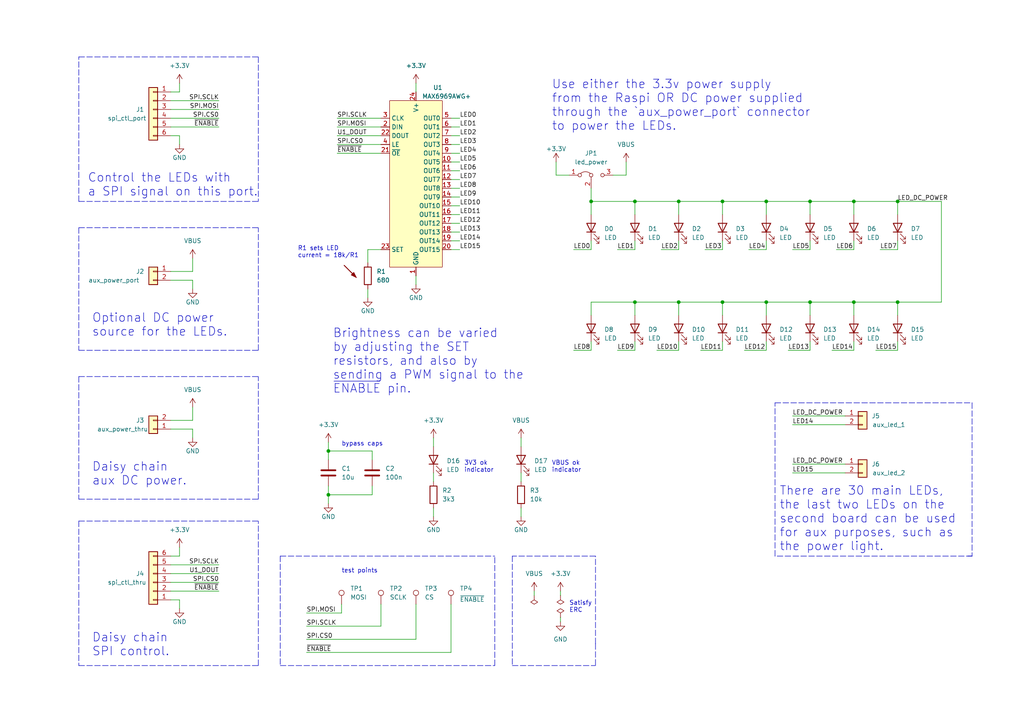
<source format=kicad_sch>
(kicad_sch (version 20211123) (generator eeschema)
  (paper "A4")
  (title_block (title "LED Driver Board") (date "2022-08-13") (rev "0.1") (comment 2 "SPI LED Drivers") (comment 3 "Obedience project") (comment 4 "Drawn by: Jordan Aceto"))
  (lib_symbols
    (symbol "Connector:TestPoint" (pin_numbers hide) (pin_names (offset 0.762) hide)
      (property "Reference" "TP" (at 0 6.858 0))
      (property "Value" "TestPoint" (at 0 5.08 0))
      (symbol "TestPoint_0_1"
        (circle (center 0 3.302) (radius 0.762))
      )
      (symbol "TestPoint_1_1"
        (pin passive line (at 0 0 90) (length 2.54) (name "1") (number "1"))
      )
    )
    (symbol "Connector_Generic:Conn_01x02" (pin_names (offset 1.016) hide)
      (property "Reference" "J" (at 0 2.54 0))
      (property "Value" "Conn_01x02" (at 0 -5.08 0))
      (symbol "Conn_01x02_1_1"
        (rectangle (start -1.27 -2.413) (end 0 -2.667) (stroke (width 0.1524)))
        (rectangle (start -1.27 0.127) (end 0 -0.127) (stroke (width 0.1524)))
        (rectangle (start -1.27 1.27) (end 1.27 -3.81) (stroke (width 0.254)) (fill (type background)))
        (pin passive line (at -5.08 0 0) (length 3.81) (name "Pin_1") (number "1"))
        (pin passive line (at -5.08 -2.54 0) (length 3.81) (name "Pin_2") (number "2"))
      )
    )
    (symbol "Connector_Generic:Conn_01x06" (pin_names (offset 1.016) hide)
      (property "Reference" "J" (at 0 7.62 0))
      (property "Value" "Conn_01x06" (at 0 -10.16 0))
      (symbol "Conn_01x06_1_1"
        (rectangle (start -1.27 -7.493) (end 0 -7.747) (stroke (width 0.1524)))
        (rectangle (start -1.27 -4.953) (end 0 -5.207) (stroke (width 0.1524)))
        (rectangle (start -1.27 -2.413) (end 0 -2.667) (stroke (width 0.1524)))
        (rectangle (start -1.27 0.127) (end 0 -0.127) (stroke (width 0.1524)))
        (rectangle (start -1.27 2.667) (end 0 2.413) (stroke (width 0.1524)))
        (rectangle (start -1.27 5.207) (end 0 4.953) (stroke (width 0.1524)))
        (rectangle (start -1.27 6.35) (end 1.27 -8.89) (stroke (width 0.254)) (fill (type background)))
        (pin passive line (at -5.08 5.08 0) (length 3.81) (name "Pin_1") (number "1"))
        (pin passive line (at -5.08 2.54 0) (length 3.81) (name "Pin_2") (number "2"))
        (pin passive line (at -5.08 0 0) (length 3.81) (name "Pin_3") (number "3"))
        (pin passive line (at -5.08 -2.54 0) (length 3.81) (name "Pin_4") (number "4"))
        (pin passive line (at -5.08 -5.08 0) (length 3.81) (name "Pin_5") (number "5"))
        (pin passive line (at -5.08 -7.62 0) (length 3.81) (name "Pin_6") (number "6"))
      )
    )
    (symbol "Device:C" (pin_numbers hide) (pin_names (offset 0.254))
      (property "Reference" "C" (at 0.635 2.54 0))
      (property "Value" "C" (at 0.635 -2.54 0))
      (symbol "C_0_1"
        (polyline (pts (xy -2.032 -0.762) (xy 2.032 -0.762)) (stroke (width 0.508)))
        (polyline (pts (xy -2.032 0.762) (xy 2.032 0.762)) (stroke (width 0.508)))
      )
      (symbol "C_1_1"
        (pin passive line (at 0 3.81 270) (length 2.794) (name "~") (number "1"))
        (pin passive line (at 0 -3.81 90) (length 2.794) (name "~") (number "2"))
      )
    )
    (symbol "Device:LED" (pin_numbers hide) (pin_names (offset 1.016) hide)
      (property "Reference" "D" (at 0 2.54 0))
      (property "Value" "LED" (at 0 -2.54 0))
      (symbol "LED_0_1"
        (polyline (pts (xy -1.27 -1.27) (xy -1.27 1.27)) (stroke (width 0.254)))
        (polyline (pts (xy -1.27 0) (xy 1.27 0)))
        (polyline (pts (xy 1.27 -1.27) (xy 1.27 1.27) (xy -1.27 0) (xy 1.27 -1.27)) (stroke (width 0.254)))
        (polyline (pts (xy -3.048 -0.762) (xy -4.572 -2.286) (xy -3.81 -2.286) (xy -4.572 -2.286) (xy -4.572 -1.524)))
        (polyline (pts (xy -1.778 -0.762) (xy -3.302 -2.286) (xy -2.54 -2.286) (xy -3.302 -2.286) (xy -3.302 -1.524)))
      )
      (symbol "LED_1_1"
        (pin passive line (at -3.81 0 0) (length 2.54) (name "K") (number "1"))
        (pin passive line (at 3.81 0 180) (length 2.54) (name "A") (number "2"))
      )
    )
    (symbol "Device:R" (pin_numbers hide) (pin_names (offset 0))
      (property "Reference" "R" (at 2.032 0 90))
      (property "Value" "R" (at 0 0 90))
      (symbol "R_0_1"
        (rectangle (start -1.016 -2.54) (end 1.016 2.54) (stroke (width 0.254)))
      )
      (symbol "R_1_1"
        (pin passive line (at 0 3.81 270) (length 1.27) (name "~") (number "1"))
        (pin passive line (at 0 -3.81 90) (length 1.27) (name "~") (number "2"))
      )
    )
    (symbol "Graphic:SYM_Arrow45_Normal" (pin_names (offset 1.016))
      (symbol "SYM_Arrow45_Normal_0_1"
        (polyline (pts (xy 1.524 -1.524) (xy -1.778 1.778)) (stroke (width 0.254)))
        (polyline (pts (xy 1.778 -1.778) (xy 0.254 -1.016) (xy 1.016 -0.254) (xy 1.778 -1.778)) (fill (type outline)))
      )
    )
    (symbol "Jumper:Jumper_3_Bridged12" (pin_names (offset 0) hide)
      (property "Reference" "JP" (at -2.54 -2.54 0))
      (property "Value" "Jumper_3_Bridged12" (at 0 2.794 0))
      (symbol "Jumper_3_Bridged12_0_0"
        (circle (center -3.302 0) (radius 0.508))
        (circle (center 0 0) (radius 0.508))
        (circle (center 3.302 0) (radius 0.508))
      )
      (symbol "Jumper_3_Bridged12_0_1"
        (arc (start -0.254 0.508) (mid -1.651 0.9912) (end -3.048 0.508))
        (polyline (pts (xy 0 -1.27) (xy 0 -0.508)))
      )
      (symbol "Jumper_3_Bridged12_1_1"
        (pin passive line (at -6.35 0 0) (length 2.54) (name "A") (number "1"))
        (pin passive line (at 0 -3.81 90) (length 2.54) (name "C") (number "2"))
        (pin passive line (at 6.35 0 180) (length 2.54) (name "B") (number "3"))
      )
    )
    (symbol "custom_symbols:MAX6969"
      (property "Reference" "U" (at 3.81 26.67 0))
      (property "Value" "MAX6969" (at 5.08 24.13 0))
      (symbol "MAX6969_0_1"
        (rectangle (start -7.62 22.86) (end 7.62 -25.4) (fill (type background)))
      )
      (symbol "MAX6969_1_1"
        (pin power_in line (at 0 -27.94 90) (length 2.54) (name "GND") (number "1"))
        (pin output line (at 10.16 5.08 180) (length 2.54) (name "OUT5") (number "10"))
        (pin output line (at 10.16 2.54 180) (length 2.54) (name "OUT6") (number "11"))
        (pin output line (at 10.16 0 180) (length 2.54) (name "OUT7") (number "12"))
        (pin output line (at 10.16 -2.54 180) (length 2.54) (name "OUT8") (number "13"))
        (pin output line (at 10.16 -5.08 180) (length 2.54) (name "OUT9") (number "14"))
        (pin output line (at 10.16 -7.62 180) (length 2.54) (name "OUT10") (number "15"))
        (pin output line (at 10.16 -10.16 180) (length 2.54) (name "OUT11") (number "16"))
        (pin output line (at 10.16 -12.7 180) (length 2.54) (name "OUT12") (number "17"))
        (pin output line (at 10.16 -15.24 180) (length 2.54) (name "OUT13") (number "18"))
        (pin output line (at 10.16 -17.78 180) (length 2.54) (name "OUT14") (number "19"))
        (pin input line (at -10.16 15.24 0) (length 2.54) (name "DIN") (number "2"))
        (pin output line (at 10.16 -20.32 180) (length 2.54) (name "OUT15") (number "20"))
        (pin input line (at -10.16 7.62 0) (length 2.54) (name "~{OE}") (number "21"))
        (pin output line (at -10.16 12.7 0) (length 2.54) (name "DOUT") (number "22"))
        (pin input line (at -10.16 -20.32 0) (length 2.54) (name "SET") (number "23"))
        (pin power_in line (at 0 25.4 270) (length 2.54) (name "V+") (number "24"))
        (pin input line (at -10.16 17.78 0) (length 2.54) (name "CLK") (number "3"))
        (pin input line (at -10.16 10.16 0) (length 2.54) (name "LE") (number "4"))
        (pin output line (at 10.16 17.78 180) (length 2.54) (name "OUT0") (number "5"))
        (pin output line (at 10.16 15.24 180) (length 2.54) (name "OUT1") (number "6"))
        (pin output line (at 10.16 12.7 180) (length 2.54) (name "OUT2") (number "7"))
        (pin output line (at 10.16 10.16 180) (length 2.54) (name "OUT3") (number "8"))
        (pin output line (at 10.16 7.62 180) (length 2.54) (name "OUT4") (number "9"))
      )
    )
    (symbol "power:+3.3V" (power) (pin_names (offset 0))
      (property "Value" "+3.3V" (at 0 3.556 0))
      (symbol "+3.3V_0_1"
        (polyline (pts (xy -0.762 1.27) (xy 0 2.54)))
        (polyline (pts (xy 0 0) (xy 0 2.54)))
        (polyline (pts (xy 0 2.54) (xy 0.762 1.27)))
      )
      (symbol "+3.3V_1_1"
        (pin power_in line (at 0 0 90) (length 0) hide (name "+3.3V") (number "1"))
      )
    )
    (symbol "power:GND" (power) (pin_names (offset 0))
      (property "Value" "GND" (at 0 -3.81 0))
      (symbol "GND_0_1"
        (polyline (pts (xy 0 0) (xy 0 -1.27) (xy 1.27 -1.27) (xy 0 -2.54) (xy -1.27 -1.27) (xy 0 -1.27)))
      )
      (symbol "GND_1_1"
        (pin power_in line (at 0 0 270) (length 0) hide (name "GND") (number "1"))
      )
    )
    (symbol "power:PWR_FLAG" (power) (pin_numbers hide) (pin_names (offset 0) hide)
      (property "Value" "PWR_FLAG" (at 0 3.81 0))
      (symbol "PWR_FLAG_0_0"
        (pin power_out line (at 0 0 90) (length 0) (name "pwr") (number "1"))
      )
      (symbol "PWR_FLAG_0_1"
        (polyline (pts (xy 0 0) (xy 0 1.27) (xy -1.016 1.905) (xy 0 2.54) (xy 1.016 1.905) (xy 0 1.27)))
      )
    )
    (symbol "power:VBUS" (power) (pin_names (offset 0))
      (property "Value" "VBUS" (at 0 3.81 0))
      (symbol "VBUS_0_1"
        (polyline (pts (xy -0.762 1.27) (xy 0 2.54)))
        (polyline (pts (xy 0 0) (xy 0 2.54)))
        (polyline (pts (xy 0 2.54) (xy 0.762 1.27)))
      )
      (symbol "VBUS_1_1"
        (pin power_in line (at 0 0 90) (length 0) hide (name "VBUS") (number "1"))
      )
    )
  )
  (bus_alias "SPI" (members "MOSI" "MISO" "SCLK" "CS0" "CS1" "CS2"))
  (junction (at 247.65 87.63))
  (junction (at 209.55 58.42))
  (junction (at 171.45 58.42))
  (junction (at 247.65 58.42))
  (junction (at 95.25 130.81))
  (junction (at 196.85 87.63))
  (junction (at 209.55 87.63))
  (junction (at 222.25 58.42))
  (junction (at 260.35 58.42))
  (junction (at 95.25 143.51))
  (junction (at 234.95 87.63))
  (junction (at 234.95 58.42))
  (junction (at 184.15 58.42))
  (junction (at 260.35 87.63))
  (junction (at 184.15 87.63))
  (junction (at 196.85 58.42))
  (junction (at 222.25 87.63))
  (polyline (pts (xy 224.79 161.29) (xy 224.79 116.84)))
  (wire (pts (xy 154.94 171.45) (xy 154.94 172.72)))
  (wire (pts (xy 88.9 177.8) (xy 99.06 177.8)))
  (wire (pts (xy 55.88 78.74) (xy 49.53 78.74)))
  (wire (pts (xy 52.07 41.91) (xy 52.07 39.37)))
  (wire (pts (xy 97.79 41.91) (xy 110.49 41.91)))
  (wire (pts (xy 247.65 87.63) (xy 234.95 87.63)))
  (wire (pts (xy 162.56 180.34) (xy 162.56 179.07)))
  (polyline (pts (xy 172.72 186.69) (xy 172.72 161.29)))
  (wire (pts (xy 171.45 58.42) (xy 171.45 62.23)))
  (wire (pts (xy 97.79 36.83) (xy 110.49 36.83)))
  (wire (pts (xy 209.55 72.39) (xy 209.55 69.85)))
  (wire (pts (xy 95.25 128.27) (xy 95.25 130.81)))
  (wire (pts (xy 196.85 72.39) (xy 196.85 69.85)))
  (wire (pts (xy 151.13 147.32) (xy 151.13 149.86)))
  (wire (pts (xy 254 101.6) (xy 260.35 101.6)))
  (wire (pts (xy 55.88 74.93) (xy 55.88 78.74)))
  (wire (pts (xy 260.35 87.63) (xy 273.05 87.63)))
  (wire (pts (xy 106.68 76.2) (xy 106.68 72.39)))
  (wire (pts (xy 125.73 137.16) (xy 125.73 139.7)))
  (wire (pts (xy 49.53 163.83) (xy 63.5 163.83)))
  (wire (pts (xy 120.65 24.13) (xy 120.65 26.67)))
  (wire (pts (xy 49.53 26.67) (xy 52.07 26.67)))
  (wire (pts (xy 130.81 59.69) (xy 133.35 59.69)))
  (wire (pts (xy 234.95 87.63) (xy 222.25 87.63)))
  (polyline (pts (xy 81.28 161.29) (xy 81.28 193.04)))
  (wire (pts (xy 260.35 62.23) (xy 260.35 58.42)))
  (wire (pts (xy 165.1 50.8) (xy 161.29 50.8)))
  (wire (pts (xy 55.88 121.92) (xy 49.53 121.92)))
  (polyline (pts (xy 22.86 144.78) (xy 74.93 144.78)))
  (polyline (pts (xy 22.86 151.13) (xy 74.93 151.13)))
  (wire (pts (xy 196.85 91.44) (xy 196.85 87.63)))
  (wire (pts (xy 49.53 34.29) (xy 63.5 34.29)))
  (wire (pts (xy 228.6 101.6) (xy 234.95 101.6)))
  (wire (pts (xy 255.27 72.39) (xy 260.35 72.39)))
  (wire (pts (xy 49.53 171.45) (xy 63.5 171.45)))
  (polyline (pts (xy 74.93 144.78) (xy 74.93 109.22)))
  (wire (pts (xy 130.81 72.39) (xy 133.35 72.39)))
  (polyline (pts (xy 148.59 193.04) (xy 172.72 193.04)))
  (wire (pts (xy 130.81 175.26) (xy 130.81 189.23)))
  (wire (pts (xy 273.05 87.63) (xy 273.05 58.42)))
  (wire (pts (xy 234.95 62.23) (xy 234.95 58.42)))
  (wire (pts (xy 209.55 101.6) (xy 209.55 99.06)))
  (polyline (pts (xy 22.86 16.51) (xy 74.93 16.51)))
  (wire (pts (xy 260.35 87.63) (xy 247.65 87.63)))
  (wire (pts (xy 107.95 130.81) (xy 95.25 130.81)))
  (wire (pts (xy 196.85 101.6) (xy 196.85 99.06)))
  (polyline (pts (xy 143.51 193.04) (xy 143.51 161.29)))
  (wire (pts (xy 229.87 123.19) (xy 245.11 123.19)))
  (wire (pts (xy 95.25 143.51) (xy 107.95 143.51)))
  (wire (pts (xy 196.85 87.63) (xy 184.15 87.63)))
  (wire (pts (xy 130.81 36.83) (xy 133.35 36.83)))
  (wire (pts (xy 247.65 72.39) (xy 247.65 69.85)))
  (wire (pts (xy 88.9 181.61) (xy 110.49 181.61)))
  (wire (pts (xy 106.68 72.39) (xy 110.49 72.39)))
  (wire (pts (xy 229.87 137.16) (xy 245.11 137.16)))
  (wire (pts (xy 130.81 49.53) (xy 133.35 49.53)))
  (wire (pts (xy 55.88 118.11) (xy 55.88 121.92)))
  (wire (pts (xy 222.25 87.63) (xy 209.55 87.63)))
  (wire (pts (xy 229.87 72.39) (xy 234.95 72.39)))
  (wire (pts (xy 130.81 57.15) (xy 133.35 57.15)))
  (wire (pts (xy 260.35 101.6) (xy 260.35 99.06)))
  (polyline (pts (xy 148.59 161.29) (xy 148.59 193.04)))
  (wire (pts (xy 97.79 44.45) (xy 110.49 44.45)))
  (wire (pts (xy 222.25 62.23) (xy 222.25 58.42)))
  (wire (pts (xy 222.25 58.42) (xy 209.55 58.42)))
  (polyline (pts (xy 22.86 109.22) (xy 74.93 109.22)))
  (wire (pts (xy 95.25 130.81) (xy 95.25 133.35)))
  (wire (pts (xy 179.07 72.39) (xy 184.15 72.39)))
  (wire (pts (xy 241.3 101.6) (xy 247.65 101.6)))
  (wire (pts (xy 130.81 62.23) (xy 133.35 62.23)))
  (wire (pts (xy 55.88 83.82) (xy 55.88 81.28)))
  (wire (pts (xy 125.73 127) (xy 125.73 129.54)))
  (polyline (pts (xy 172.72 161.29) (xy 148.59 161.29)))
  (wire (pts (xy 88.9 185.42) (xy 120.65 185.42)))
  (wire (pts (xy 162.56 171.45) (xy 162.56 172.72)))
  (wire (pts (xy 179.07 101.6) (xy 184.15 101.6)))
  (wire (pts (xy 234.95 91.44) (xy 234.95 87.63)))
  (wire (pts (xy 234.95 58.42) (xy 222.25 58.42)))
  (polyline (pts (xy 224.79 116.84) (xy 281.94 116.84)))
  (wire (pts (xy 130.81 34.29) (xy 133.35 34.29)))
  (wire (pts (xy 215.9 101.6) (xy 222.25 101.6)))
  (wire (pts (xy 52.07 158.75) (xy 52.07 161.29)))
  (wire (pts (xy 191.77 72.39) (xy 196.85 72.39)))
  (wire (pts (xy 171.45 54.61) (xy 171.45 58.42)))
  (wire (pts (xy 161.29 50.8) (xy 161.29 46.99)))
  (wire (pts (xy 110.49 175.26) (xy 110.49 181.61)))
  (polyline (pts (xy 74.93 16.51) (xy 74.93 58.42)))
  (wire (pts (xy 151.13 127) (xy 151.13 129.54)))
  (wire (pts (xy 95.25 146.05) (xy 95.25 143.51)))
  (polyline (pts (xy 281.94 161.29) (xy 224.79 161.29)))
  (wire (pts (xy 260.35 58.42) (xy 247.65 58.42)))
  (polyline (pts (xy 22.86 66.04) (xy 22.86 101.6)))
  (polyline (pts (xy 74.93 193.04) (xy 74.93 151.13)))
  (wire (pts (xy 242.57 72.39) (xy 247.65 72.39)))
  (wire (pts (xy 181.61 46.99) (xy 181.61 50.8)))
  (wire (pts (xy 97.79 39.37) (xy 110.49 39.37)))
  (wire (pts (xy 234.95 72.39) (xy 234.95 69.85)))
  (wire (pts (xy 196.85 62.23) (xy 196.85 58.42)))
  (wire (pts (xy 95.25 140.97) (xy 95.25 143.51)))
  (wire (pts (xy 229.87 120.65) (xy 245.11 120.65)))
  (polyline (pts (xy 22.86 66.04) (xy 74.93 66.04)))
  (polyline (pts (xy 22.86 58.42) (xy 74.93 58.42)))
  (wire (pts (xy 130.81 41.91) (xy 133.35 41.91)))
  (polyline (pts (xy 81.28 161.29) (xy 143.51 161.29)))
  (wire (pts (xy 196.85 58.42) (xy 184.15 58.42)))
  (polyline (pts (xy 22.86 193.04) (xy 74.93 193.04)))
  (polyline (pts (xy 81.28 193.04) (xy 143.51 193.04)))
  (wire (pts (xy 125.73 147.32) (xy 125.73 149.86)))
  (wire (pts (xy 209.55 62.23) (xy 209.55 58.42)))
  (wire (pts (xy 130.81 52.07) (xy 133.35 52.07)))
  (polyline (pts (xy 22.86 101.6) (xy 74.93 101.6)))
  (wire (pts (xy 229.87 134.62) (xy 245.11 134.62)))
  (wire (pts (xy 49.53 31.75) (xy 63.5 31.75)))
  (wire (pts (xy 49.53 36.83) (xy 63.5 36.83)))
  (wire (pts (xy 196.85 58.42) (xy 209.55 58.42)))
  (wire (pts (xy 130.81 46.99) (xy 133.35 46.99)))
  (wire (pts (xy 55.88 127) (xy 55.88 124.46)))
  (wire (pts (xy 130.81 69.85) (xy 133.35 69.85)))
  (wire (pts (xy 203.2 101.6) (xy 209.55 101.6)))
  (wire (pts (xy 260.35 91.44) (xy 260.35 87.63)))
  (wire (pts (xy 99.06 175.26) (xy 99.06 177.8)))
  (wire (pts (xy 209.55 91.44) (xy 209.55 87.63)))
  (wire (pts (xy 234.95 101.6) (xy 234.95 99.06)))
  (wire (pts (xy 247.65 62.23) (xy 247.65 58.42)))
  (wire (pts (xy 49.53 173.99) (xy 52.07 173.99)))
  (wire (pts (xy 49.53 168.91) (xy 63.5 168.91)))
  (wire (pts (xy 130.81 39.37) (xy 133.35 39.37)))
  (wire (pts (xy 106.68 83.82) (xy 106.68 86.36)))
  (wire (pts (xy 130.81 67.31) (xy 133.35 67.31)))
  (wire (pts (xy 196.85 87.63) (xy 209.55 87.63)))
  (wire (pts (xy 49.53 81.28) (xy 55.88 81.28)))
  (wire (pts (xy 222.25 91.44) (xy 222.25 87.63)))
  (polyline (pts (xy 22.86 151.13) (xy 22.86 193.04)))
  (wire (pts (xy 184.15 91.44) (xy 184.15 87.63)))
  (wire (pts (xy 49.53 29.21) (xy 63.5 29.21)))
  (wire (pts (xy 184.15 62.23) (xy 184.15 58.42)))
  (wire (pts (xy 130.81 54.61) (xy 133.35 54.61)))
  (wire (pts (xy 151.13 137.16) (xy 151.13 139.7)))
  (wire (pts (xy 49.53 161.29) (xy 52.07 161.29)))
  (wire (pts (xy 273.05 58.42) (xy 260.35 58.42)))
  (wire (pts (xy 222.25 101.6) (xy 222.25 99.06)))
  (wire (pts (xy 49.53 124.46) (xy 55.88 124.46)))
  (wire (pts (xy 166.37 101.6) (xy 171.45 101.6)))
  (wire (pts (xy 88.9 189.23) (xy 130.81 189.23)))
  (wire (pts (xy 52.07 176.53) (xy 52.07 173.99)))
  (wire (pts (xy 204.47 72.39) (xy 209.55 72.39)))
  (wire (pts (xy 49.53 39.37) (xy 52.07 39.37)))
  (wire (pts (xy 247.65 91.44) (xy 247.65 87.63)))
  (wire (pts (xy 184.15 58.42) (xy 171.45 58.42)))
  (wire (pts (xy 107.95 140.97) (xy 107.95 143.51)))
  (polyline (pts (xy 172.72 186.69) (xy 172.72 193.04)))
  (wire (pts (xy 260.35 72.39) (xy 260.35 69.85)))
  (polyline (pts (xy 22.86 109.22) (xy 22.86 144.78)))
  (polyline (pts (xy 280.67 161.29) (xy 281.94 161.29)))
  (polyline (pts (xy 22.86 58.42) (xy 22.86 16.51)))
  (wire (pts (xy 130.81 64.77) (xy 133.35 64.77)))
  (wire (pts (xy 52.07 24.13) (xy 52.07 26.67)))
  (wire (pts (xy 166.37 72.39) (xy 171.45 72.39)))
  (wire (pts (xy 120.65 175.26) (xy 120.65 185.42)))
  (wire (pts (xy 190.5 101.6) (xy 196.85 101.6)))
  (wire (pts (xy 120.65 82.55) (xy 120.65 80.01)))
  (wire (pts (xy 177.8 50.8) (xy 181.61 50.8)))
  (wire (pts (xy 97.79 34.29) (xy 110.49 34.29)))
  (polyline (pts (xy 74.93 101.6) (xy 74.93 66.04)))
  (wire (pts (xy 184.15 101.6) (xy 184.15 99.06)))
  (wire (pts (xy 217.17 72.39) (xy 222.25 72.39)))
  (wire (pts (xy 184.15 72.39) (xy 184.15 69.85)))
  (wire (pts (xy 107.95 130.81) (xy 107.95 133.35)))
  (wire (pts (xy 171.45 101.6) (xy 171.45 99.06)))
  (wire (pts (xy 184.15 87.63) (xy 171.45 87.63)))
  (wire (pts (xy 171.45 87.63) (xy 171.45 91.44)))
  (wire (pts (xy 130.81 44.45) (xy 133.35 44.45)))
  (wire (pts (xy 247.65 58.42) (xy 234.95 58.42)))
  (wire (pts (xy 247.65 101.6) (xy 247.65 99.06)))
  (wire (pts (xy 171.45 72.39) (xy 171.45 69.85)))
  (polyline (pts (xy 281.94 116.84) (xy 281.94 161.29)))
  (wire (pts (xy 222.25 72.39) (xy 222.25 69.85)))
  (wire (pts (xy 49.53 166.37) (xy 63.5 166.37)))
  (text "R1 sets LED \ncurrent = 18k/R1" (at 86.36 74.93 0) (effects (font (size 1.27 1.27)) (justify left bottom)))
  (text "3V3 ok\nindicator" (at 134.62 137.16 0) (effects (font (size 1.27 1.27)) (justify left bottom)))
  (text "Optional DC power\nsource for the LEDs." (at 26.67 97.79 0) (effects (font (size 2.5 2.5)) (justify left bottom)))
  (text "There are 30 main LEDs,\nthe last two LEDs on the\nsecond board can be used\nfor aux purposes, such as\nthe power light." (at 226.06 160.02 0) (effects (font (size 2.5 2.5)) (justify left bottom)))
  (text "Brightness can be varied\nby adjusting the SET \nresistors, and also by \nsending a PWM signal to the\n~{ENABLE} pin." (at 96.52 114.3 0) (effects (font (size 2.5 2.5)) (justify left bottom)))
  (text "Use either the 3.3v power supply\nfrom the Raspi OR DC power supplied\nthrough the `aux_power_port` connector\nto power the LEDs." (at 160.02 38.1 0) (effects (font (size 2.5 2.5)) (justify left bottom)))
  (text "bypass caps" (at 99.06 129.54 0) (effects (font (size 1.27 1.27)) (justify left bottom)))
  (text "Control the LEDs with\na SPI signal on this port." (at 25.4 57.15 0) (effects (font (size 2.5 2.5)) (justify left bottom)))
  (text "Daisy chain\naux DC power." (at 26.67 140.97 0) (effects (font (size 2.5 2.5)) (justify left bottom)))
  (text "Satisfy\nERC" (at 165.1 177.8 0) (effects (font (size 1.27 1.27)) (justify left bottom)))
  (text "test points" (at 99.06 166.37 0) (effects (font (size 1.27 1.27)) (justify left bottom)))
  (text "Daisy chain \nSPI control." (at 26.67 190.5 0) (effects (font (size 2.5 2.5)) (justify left bottom)))
  (text "VBUS ok\nindicator" (at 160.02 137.16 0) (effects (font (size 1.27 1.27)) (justify left bottom)))
  (label "LED1" (at 133.35 36.83 0))
  (label "SPI.MOSI" (at 88.9 177.8 0))
  (label "LED6" (at 133.35 49.53 0))
  (label "U1_DOUT" (at 97.79 39.37 0))
  (label "SPI.MOSI" (at 63.5 31.75 180))
  (label "LED13" (at 228.6 101.6 0))
  (label "SPI.CS0" (at 63.5 34.29 180))
  (label "LED4" (at 133.35 44.45 0))
  (label "~{ENABLE}" (at 88.9 189.23 0))
  (label "~{ENABLE}" (at 63.5 36.83 180))
  (label "LED3" (at 204.47 72.39 0))
  (label "LED10" (at 190.5 101.6 0))
  (label "LED12" (at 215.9 101.6 0))
  (label "LED7" (at 255.27 72.39 0))
  (label "LED_DC_POWER" (at 229.87 120.65 0))
  (label "LED4" (at 217.17 72.39 0))
  (label "~{ENABLE}" (at 63.5 171.45 180))
  (label "SPI.SCLK" (at 88.9 181.61 0))
  (label "LED2" (at 133.35 39.37 0))
  (label "LED2" (at 191.77 72.39 0))
  (label "LED0" (at 166.37 72.39 0))
  (label "LED11" (at 203.2 101.6 0))
  (label "SPI.CS0" (at 88.9 185.42 0))
  (label "SPI.SCLK" (at 63.5 163.83 180))
  (label "LED10" (at 133.35 59.69 0))
  (label "LED9" (at 179.07 101.6 0))
  (label "U1_DOUT" (at 63.5 166.37 180))
  (label "LED3" (at 133.35 41.91 0))
  (label "LED8" (at 166.37 101.6 0))
  (label "LED15" (at 229.87 137.16 0))
  (label "LED13" (at 133.35 67.31 0))
  (label "LED7" (at 133.35 52.07 0))
  (label "LED5" (at 133.35 46.99 0))
  (label "LED15" (at 133.35 72.39 0))
  (label "LED14" (at 133.35 69.85 0))
  (label "LED8" (at 133.35 54.61 0))
  (label "SPI.SCLK" (at 97.79 34.29 0))
  (label "LED_DC_POWER" (at 260.35 58.42 0))
  (label "SPI.CS0" (at 63.5 168.91 180))
  (label "LED1" (at 179.07 72.39 0))
  (label "LED15" (at 254 101.6 0))
  (label "LED14" (at 229.87 123.19 0))
  (label "SPI.CS0" (at 97.79 41.91 0))
  (label "LED0" (at 133.35 34.29 0))
  (label "SPI.SCLK" (at 63.5 29.21 180))
  (label "LED12" (at 133.35 64.77 0))
  (label "LED14" (at 241.3 101.6 0))
  (label "LED11" (at 133.35 62.23 0))
  (label "LED9" (at 133.35 57.15 0))
  (label "~{ENABLE}" (at 97.79 44.45 0))
  (label "LED_DC_POWER" (at 229.87 134.62 0))
  (label "LED5" (at 229.87 72.39 0))
  (label "SPI.MOSI" (at 97.79 36.83 0))
  (label "LED6" (at 242.57 72.39 0))
  (symbol (lib_id "power:GND") (at 106.68 86.36 0) (unit 1)
    (property "Reference" "#PWR05" (effects hide))
    (property "Value" "GND" (at 106.68 90.17 0))
  )
  (symbol (lib_id "power:+3.3V") (at 52.07 158.75 0) (unit 1)
    (property "Reference" "#PWR0104" (effects hide))
    (property "Value" "+3.3V" (at 52.07 153.67 0))
  )
  (symbol (lib_id "Device:C") (at 107.95 137.16 0) (unit 1)
    (property "Reference" "C2" (at 111.76 135.8899 0) (effects (justify left)))
    (property "Value" "100n" (at 111.76 138.4299 0) (effects (justify left)))
    (property "Footprint" "Capacitor_SMD:C_0805_2012Metric" (effects hide))
  )
  (symbol (lib_id "Connector:TestPoint") (at 99.06 175.26 0) (unit 1) (in_bom no)
    (property "Reference" "TP1" (at 101.6 170.6879 0) (effects (justify left)))
    (property "Value" "MOSI" (at 101.6 173.2279 0) (effects (justify left)))
    (property "Footprint" "TestPoint:TestPoint_Keystone_5000-5004_Miniature" (effects hide))
  )
  (symbol (lib_id "Device:LED") (at 234.95 66.04 90) (unit 1)
    (property "Reference" "D5" (at 238.76 66.3574 90) (effects (justify right)))
    (property "Value" "LED" (at 238.76 68.8974 90) (effects (justify right)))
    (property "Footprint" "LED_THT:LED_D5.0mm" (effects hide))
  )
  (symbol (lib_id "power:PWR_FLAG") (at 162.56 179.07 0) (unit 1)
    (property "Reference" "#FLG02" (effects hide))
    (property "Value" "PWR_FLAG" (effects hide))
  )
  (symbol (lib_id "power:VBUS") (at 55.88 118.11 0) (unit 1)
    (property "Reference" "#PWR0116" (effects hide))
    (property "Value" "VBUS" (at 55.88 113.03 0))
  )
  (symbol (lib_id "Jumper:Jumper_3_Bridged12") (at 171.45 50.8 0) (unit 1) (in_bom no)
    (property "Reference" "JP1" (at 171.45 44.45 0))
    (property "Value" "led_power" (at 171.45 46.99 0))
    (property "Footprint" "Jumper:SolderJumper-3_P2.0mm_Open_TrianglePad1.0x1.5mm" (effects hide))
  )
  (symbol (lib_id "power:+3.3V") (at 95.25 128.27 0) (unit 1)
    (property "Reference" "#PWR0105" (effects hide))
    (property "Value" "+3.3V" (at 95.25 123.19 0))
  )
  (symbol (lib_id "Device:LED") (at 247.65 95.25 90) (unit 1)
    (property "Reference" "D14" (at 251.46 95.5674 90) (effects (justify right)))
    (property "Value" "LED" (at 251.46 98.1074 90) (effects (justify right)))
    (property "Footprint" "LED_THT:LED_D5.0mm" (effects hide))
  )
  (symbol (lib_id "Device:LED") (at 196.85 95.25 90) (unit 1)
    (property "Reference" "D10" (at 200.66 95.5674 90) (effects (justify right)))
    (property "Value" "LED" (at 200.66 98.1074 90) (effects (justify right)))
    (property "Footprint" "LED_THT:LED_D5.0mm" (effects hide))
  )
  (symbol (lib_id "Device:LED") (at 222.25 95.25 90) (unit 1)
    (property "Reference" "D12" (at 226.06 95.5674 90) (effects (justify right)))
    (property "Value" "LED" (at 226.06 98.1074 90) (effects (justify right)))
    (property "Footprint" "LED_THT:LED_D5.0mm" (effects hide))
  )
  (symbol (lib_id "Device:LED") (at 151.13 133.35 90) (unit 1)
    (property "Reference" "D17" (at 154.94 133.6674 90) (effects (justify right)))
    (property "Value" "LED" (at 154.94 136.2074 90) (effects (justify right)))
    (property "Footprint" "LED_SMD:LED_0805_2012Metric" (effects hide))
  )
  (symbol (lib_id "power:GND") (at 162.56 180.34 0) (unit 1)
    (property "Reference" "#PWR020" (effects hide))
    (property "Value" "GND" (at 162.56 185.42 0))
  )
  (symbol (lib_id "Device:LED") (at 209.55 95.25 90) (unit 1)
    (property "Reference" "D11" (at 213.36 95.5674 90) (effects (justify right)))
    (property "Value" "LED" (at 213.36 98.1074 90) (effects (justify right)))
    (property "Footprint" "LED_THT:LED_D5.0mm" (effects hide))
  )
  (symbol (lib_id "power:VBUS") (at 55.88 74.93 0) (unit 1)
    (property "Reference" "#PWR0112" (effects hide))
    (property "Value" "VBUS" (at 55.88 69.85 0))
  )
  (symbol (lib_id "Connector_Generic:Conn_01x02") (at 44.45 124.46 180) (unit 1)
    (property "Reference" "J3" (at 40.64 121.92 0))
    (property "Value" "aux_power_thru" (at 35.56 124.46 0))
    (property "Footprint" "Connector_Molex:Molex_KK-254_AE-6410-02A_1x02_P2.54mm_Vertical" (effects hide))
  )
  (symbol (lib_id "power:GND") (at 52.07 176.53 0) (unit 1)
    (property "Reference" "#PWR0106" (effects hide))
    (property "Value" "GND" (at 52.07 180.34 0))
  )
  (symbol (lib_id "power:PWR_FLAG") (at 154.94 172.72 180) (unit 1)
    (property "Reference" "#FLG0101" (effects hide))
    (property "Value" "PWR_FLAG" (effects hide))
  )
  (symbol (lib_id "Connector_Generic:Conn_01x06") (at 44.45 31.75 0) (mirror y) (unit 1)
    (property "Reference" "J1" (at 40.64 31.75 0))
    (property "Value" "spi_ctl_port" (at 36.83 34.29 0))
    (property "Footprint" "Connector_Molex:Molex_KK-254_AE-6410-06A_1x06_P2.54mm_Vertical" (effects hide))
  )
  (symbol (lib_id "power:GND") (at 120.65 82.55 0) (unit 1)
    (property "Reference" "#PWR08" (effects hide))
    (property "Value" "GND" (at 120.65 86.36 0))
  )
  (symbol (lib_id "power:GND") (at 55.88 83.82 0) (unit 1)
    (property "Reference" "#PWR0110" (effects hide))
    (property "Value" "GND" (at 55.88 87.63 0))
  )
  (symbol (lib_id "power:+3.3V") (at 52.07 24.13 0) (unit 1)
    (property "Reference" "#PWR0108" (effects hide))
    (property "Value" "+3.3V" (at 52.07 19.05 0))
  )
  (symbol (lib_id "Device:LED") (at 260.35 66.04 90) (unit 1)
    (property "Reference" "D7" (at 264.16 66.3574 90) (effects (justify right)))
    (property "Value" "LED" (at 264.16 68.8974 90) (effects (justify right)))
    (property "Footprint" "LED_THT:LED_D5.0mm" (effects hide))
  )
  (symbol (lib_id "power:GND") (at 52.07 41.91 0) (unit 1)
    (property "Reference" "#PWR04" (effects hide))
    (property "Value" "GND" (at 52.07 45.72 0))
  )
  (symbol (lib_id "power:VBUS") (at 154.94 171.45 0) (unit 1)
    (property "Reference" "#PWR0113" (effects hide))
    (property "Value" "VBUS" (at 154.94 166.37 0))
  )
  (symbol (lib_id "power:+3.3V") (at 125.73 127 0) (unit 1)
    (property "Reference" "#PWR0103" (effects hide))
    (property "Value" "+3.3V" (at 125.73 121.92 0))
  )
  (symbol (lib_id "Device:LED") (at 184.15 66.04 90) (unit 1)
    (property "Reference" "D1" (at 187.96 66.3574 90) (effects (justify right)))
    (property "Value" "LED" (at 187.96 68.8974 90) (effects (justify right)))
    (property "Footprint" "LED_THT:LED_D5.0mm" (effects hide))
  )
  (symbol (lib_id "Connector_Generic:Conn_01x02") (at 250.19 134.62 0) (unit 1)
    (property "Reference" "J6" (at 254 134.62 0))
    (property "Value" "aux_led_2" (at 257.81 137.16 0))
    (property "Footprint" "Connector_Molex:Molex_KK-254_AE-6410-02A_1x02_P2.54mm_Vertical" (effects hide))
  )
  (symbol (lib_id "power:PWR_FLAG") (at 162.56 172.72 180) (unit 1)
    (property "Reference" "#FLG01" (effects hide))
    (property "Value" "PWR_FLAG" (effects hide))
  )
  (symbol (lib_id "Device:R") (at 151.13 143.51 0) (unit 1)
    (property "Reference" "R3" (at 153.67 142.2399 0) (effects (justify left)))
    (property "Value" "10k" (at 153.67 144.7799 0) (effects (justify left)))
    (property "Footprint" "Resistor_SMD:R_0805_2012Metric" (effects hide))
  )
  (symbol (lib_id "power:GND") (at 95.25 146.05 0) (unit 1)
    (property "Reference" "#PWR02" (effects hide))
    (property "Value" "GND" (at 95.25 149.86 0))
  )
  (symbol (lib_id "Device:R") (at 106.68 80.01 0) (unit 1)
    (property "Reference" "R1" (at 109.22 78.7399 0) (effects (justify left)))
    (property "Value" "680" (at 109.22 81.2799 0) (effects (justify left)))
    (property "Footprint" "Resistor_SMD:R_0805_2012Metric" (effects hide))
  )
  (symbol (lib_id "power:VBUS") (at 151.13 127 0) (unit 1)
    (property "Reference" "#PWR0101" (effects hide))
    (property "Value" "VBUS" (at 151.13 121.92 0))
  )
  (symbol (lib_id "Device:C") (at 95.25 137.16 0) (unit 1)
    (property "Reference" "C1" (at 99.06 135.8899 0) (effects (justify left)))
    (property "Value" "10u" (at 99.06 138.4299 0) (effects (justify left)))
    (property "Footprint" "Capacitor_SMD:C_0805_2012Metric" (effects hide))
  )
  (symbol (lib_id "Device:LED") (at 196.85 66.04 90) (unit 1)
    (property "Reference" "D2" (at 200.66 66.3574 90) (effects (justify right)))
    (property "Value" "LED" (at 200.66 68.8974 90) (effects (justify right)))
    (property "Footprint" "LED_THT:LED_D5.0mm" (effects hide))
  )
  (symbol (lib_id "Device:LED") (at 184.15 95.25 90) (unit 1)
    (property "Reference" "D9" (at 187.96 95.5674 90) (effects (justify right)))
    (property "Value" "LED" (at 187.96 98.1074 90) (effects (justify right)))
    (property "Footprint" "LED_THT:LED_D5.0mm" (effects hide))
  )
  (symbol (lib_id "Device:LED") (at 171.45 66.04 90) (unit 1)
    (property "Reference" "D0" (at 175.26 66.3574 90) (effects (justify right)))
    (property "Value" "LED" (at 175.26 68.8974 90) (effects (justify right)))
    (property "Footprint" "LED_THT:LED_D5.0mm" (effects hide))
  )
  (symbol (lib_id "Connector_Generic:Conn_01x02") (at 44.45 78.74 0) (mirror y) (unit 1)
    (property "Reference" "J2" (at 40.64 78.74 0))
    (property "Value" "aux_power_port" (at 33.02 81.28 0))
    (property "Footprint" "Connector_Molex:Molex_KK-254_AE-6410-02A_1x02_P2.54mm_Vertical" (effects hide))
  )
  (symbol (lib_id "power:GND") (at 151.13 149.86 0) (unit 1)
    (property "Reference" "#PWR0102" (effects hide))
    (property "Value" "GND" (at 151.13 153.67 0))
  )
  (symbol (lib_id "Device:R") (at 125.73 143.51 0) (unit 1)
    (property "Reference" "R2" (at 128.27 142.2399 0) (effects (justify left)))
    (property "Value" "3k3" (at 128.27 144.7799 0) (effects (justify left)))
    (property "Footprint" "Resistor_SMD:R_0805_2012Metric" (effects hide))
  )
  (symbol (lib_id "Connector_Generic:Conn_01x06") (at 44.45 168.91 180) (unit 1)
    (property "Reference" "J4" (at 40.64 166.37 0))
    (property "Value" "spi_ctl_thru" (at 36.83 168.91 0))
    (property "Footprint" "Connector_Molex:Molex_KK-254_AE-6410-06A_1x06_P2.54mm_Vertical" (effects hide))
  )
  (symbol (lib_id "Graphic:SYM_Arrow45_Normal") (at 101.6 78.74 0) (unit 1)
    (property "Reference" "#SYM1" (effects hide))
    (property "Value" "SYM_Arrow45_Normal" (effects hide))
  )
  (symbol (lib_id "Connector:TestPoint") (at 130.81 175.26 0) (unit 1) (in_bom no)
    (property "Reference" "TP4" (at 133.35 170.6879 0) (effects (justify left)))
    (property "Value" "~{ENABLE}" (at 133.35 173.8629 0) (effects (justify left)))
    (property "Footprint" "TestPoint:TestPoint_Keystone_5000-5004_Miniature" (effects hide))
  )
  (symbol (lib_id "Device:LED") (at 222.25 66.04 90) (unit 1)
    (property "Reference" "D4" (at 226.06 66.3574 90) (effects (justify right)))
    (property "Value" "LED" (at 226.06 68.8974 90) (effects (justify right)))
    (property "Footprint" "LED_THT:LED_D5.0mm" (effects hide))
  )
  (symbol (lib_id "Device:LED") (at 209.55 66.04 90) (unit 1)
    (property "Reference" "D3" (at 213.36 66.3574 90) (effects (justify right)))
    (property "Value" "LED" (at 213.36 68.8974 90) (effects (justify right)))
    (property "Footprint" "LED_THT:LED_D5.0mm" (effects hide))
  )
  (symbol (lib_id "Device:LED") (at 171.45 95.25 90) (unit 1)
    (property "Reference" "D8" (at 175.26 95.5674 90) (effects (justify right)))
    (property "Value" "LED" (at 175.26 98.1074 90) (effects (justify right)))
    (property "Footprint" "LED_THT:LED_D5.0mm" (effects hide))
  )
  (symbol (lib_id "power:GND") (at 55.88 127 0) (unit 1)
    (property "Reference" "#PWR0115" (effects hide))
    (property "Value" "GND" (at 55.88 130.81 0))
  )
  (symbol (lib_id "power:VBUS") (at 181.61 46.99 0) (unit 1)
    (property "Reference" "#PWR0109" (effects hide))
    (property "Value" "VBUS" (at 181.61 41.91 0))
  )
  (symbol (lib_id "power:+3.3V") (at 162.56 171.45 0) (unit 1)
    (property "Reference" "#PWR0114" (effects hide))
    (property "Value" "+3.3V" (at 162.56 166.37 0))
  )
  (symbol (lib_id "power:+3.3V") (at 120.65 24.13 0) (unit 1)
    (property "Reference" "#PWR0111" (effects hide))
    (property "Value" "+3.3V" (at 120.65 19.05 0))
  )
  (symbol (lib_id "Connector_Generic:Conn_01x02") (at 250.19 120.65 0) (unit 1)
    (property "Reference" "J5" (at 254 120.65 0))
    (property "Value" "aux_led_1" (at 257.81 123.19 0))
    (property "Footprint" "Connector_Molex:Molex_KK-254_AE-6410-02A_1x02_P2.54mm_Vertical" (effects hide))
  )
  (symbol (lib_id "Device:LED") (at 260.35 95.25 90) (unit 1)
    (property "Reference" "D15" (at 264.16 95.5674 90) (effects (justify right)))
    (property "Value" "LED" (at 264.16 98.1074 90) (effects (justify right)))
    (property "Footprint" "LED_THT:LED_D5.0mm" (effects hide))
  )
  (symbol (lib_id "Device:LED") (at 125.73 133.35 90) (unit 1)
    (property "Reference" "D16" (at 129.54 133.6674 90) (effects (justify right)))
    (property "Value" "LED" (at 129.54 136.2074 90) (effects (justify right)))
    (property "Footprint" "LED_SMD:LED_0805_2012Metric" (effects hide))
  )
  (symbol (lib_id "Device:LED") (at 247.65 66.04 90) (unit 1)
    (property "Reference" "D6" (at 251.46 66.3574 90) (effects (justify right)))
    (property "Value" "LED" (at 251.46 68.8974 90) (effects (justify right)))
    (property "Footprint" "LED_THT:LED_D5.0mm" (effects hide))
  )
  (symbol (lib_id "Connector:TestPoint") (at 120.65 175.26 0) (unit 1) (in_bom no)
    (property "Reference" "TP3" (at 123.19 170.6879 0) (effects (justify left)))
    (property "Value" "CS" (at 123.19 173.2279 0) (effects (justify left)))
    (property "Footprint" "TestPoint:TestPoint_Keystone_5000-5004_Miniature" (effects hide))
  )
  (symbol (lib_id "power:GND") (at 125.73 149.86 0) (unit 1)
    (property "Reference" "#PWR016" (effects hide))
    (property "Value" "GND" (at 125.73 153.67 0))
  )
  (symbol (lib_id "power:+3.3V") (at 161.29 46.99 0) (unit 1)
    (property "Reference" "#PWR0107" (effects hide))
    (property "Value" "+3.3V" (at 161.29 43.18 0))
  )
  (symbol (lib_id "custom_symbols:MAX6969") (at 120.65 52.07 0) (unit 1)
    (property "Reference" "U1" (at 127 25.4 0))
    (property "Value" "MAX6969AWG+" (at 129.54 27.94 0))
    (property "Footprint" "Package_SO:SOIC-24W_7.5x15.4mm_P1.27mm" (effects hide))
  )
  (symbol (lib_id "Device:LED") (at 234.95 95.25 90) (unit 1)
    (property "Reference" "D13" (at 238.76 95.5674 90) (effects (justify right)))
    (property "Value" "LED" (at 238.76 98.1074 90) (effects (justify right)))
    (property "Footprint" "LED_THT:LED_D5.0mm" (effects hide))
  )
  (symbol (lib_id "Connector:TestPoint") (at 110.49 175.26 0) (unit 1) (in_bom no)
    (property "Reference" "TP2" (at 113.03 170.6879 0) (effects (justify left)))
    (property "Value" "SCLK" (at 113.03 173.2279 0) (effects (justify left)))
    (property "Footprint" "TestPoint:TestPoint_Keystone_5000-5004_Miniature" (effects hide))
  )
)
</source>
